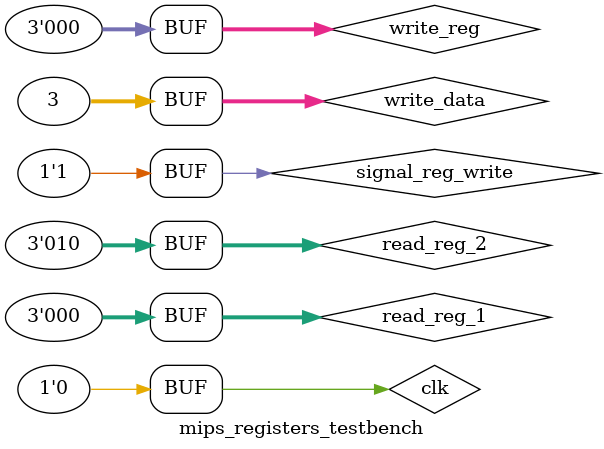
<source format=v>
module mips_registers_testbench();
	
	wire [31:0] read_data_1, read_data_2;
	reg [31:0] write_data;
	reg [2:0] read_reg_1, read_reg_2, write_reg;
	reg signal_reg_write, clk;
	
	mips_registers reg1( read_data_1, read_data_2, write_data, read_reg_1, read_reg_2, write_reg, signal_reg_write, clk );
	
	initial begin
	clk=1;
	write_data=32'b00000000000000000000000000001111; 
	read_reg_1=3'b001;
	read_reg_2=3'b010;
	write_reg=3'b011;
	signal_reg_write=1'b0;							//write to register off
	#20;
	clk = ~clk; 
	write_data=32'b00000000000000000000000001111111; 
	read_reg_1=3'b011;
	read_reg_2=3'b010;
	write_reg=3'b100;
	signal_reg_write=1'b1;							//write to register on
	#20;
	clk = ~clk; 
	write_data=32'b00000000000000000000000000000011; 
	read_reg_1=3'b100;
	read_reg_2=3'b010;
	write_reg=3'b100;
	signal_reg_write=1'b0;							//write to register on
	#20;
	clk = ~clk; 
	
	//try to write write_data to 0 register
	write_data=32'b00000000000000000000000000000011; 
	read_reg_1=3'b001;
	read_reg_2=3'b010;
	write_reg=3'b000;
	signal_reg_write=1'b1;		
	#20;
	clk = ~clk; 
	read_reg_1=3'b000;
	#20;
	clk = ~clk;  
	end
	
	initial begin
	$monitor("time=%2d, read_data_1=%32b,  read_data_2=%32b,  write_data=%32b,\n read_reg_1=%3b, read_reg_2=%3b, write_reg=%3b, signal_reg_write=%1b\n"
	         ,$time,read_data_1, read_data_2, write_data, read_reg_1, read_reg_2, write_reg, signal_reg_write);
	end
endmodule
</source>
